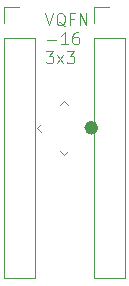
<source format=gbr>
%TF.GenerationSoftware,KiCad,Pcbnew,8.0.4*%
%TF.CreationDate,2024-10-30T15:47:18+01:00*%
%TF.ProjectId,VQFN16-Breakout,5651464e-3136-42d4-9272-65616b6f7574,rev?*%
%TF.SameCoordinates,Original*%
%TF.FileFunction,Legend,Top*%
%TF.FilePolarity,Positive*%
%FSLAX46Y46*%
G04 Gerber Fmt 4.6, Leading zero omitted, Abs format (unit mm)*
G04 Created by KiCad (PCBNEW 8.0.4) date 2024-10-30 15:47:18*
%MOMM*%
%LPD*%
G01*
G04 APERTURE LIST*
%ADD10C,0.577228*%
%ADD11C,0.100000*%
%ADD12C,0.120000*%
G04 APERTURE END LIST*
D10*
X123205498Y-72400883D02*
G75*
G02*
X122628270Y-72400883I-288614J0D01*
G01*
X122628270Y-72400883D02*
G75*
G02*
X123205498Y-72400883I288614J0D01*
G01*
D11*
X119033027Y-62708531D02*
X119366360Y-63708531D01*
X119366360Y-63708531D02*
X119699693Y-62708531D01*
X120699693Y-63803769D02*
X120604455Y-63756150D01*
X120604455Y-63756150D02*
X120509217Y-63660912D01*
X120509217Y-63660912D02*
X120366360Y-63518054D01*
X120366360Y-63518054D02*
X120271122Y-63470435D01*
X120271122Y-63470435D02*
X120175884Y-63470435D01*
X120223503Y-63708531D02*
X120128265Y-63660912D01*
X120128265Y-63660912D02*
X120033027Y-63565673D01*
X120033027Y-63565673D02*
X119985408Y-63375197D01*
X119985408Y-63375197D02*
X119985408Y-63041864D01*
X119985408Y-63041864D02*
X120033027Y-62851388D01*
X120033027Y-62851388D02*
X120128265Y-62756150D01*
X120128265Y-62756150D02*
X120223503Y-62708531D01*
X120223503Y-62708531D02*
X120413979Y-62708531D01*
X120413979Y-62708531D02*
X120509217Y-62756150D01*
X120509217Y-62756150D02*
X120604455Y-62851388D01*
X120604455Y-62851388D02*
X120652074Y-63041864D01*
X120652074Y-63041864D02*
X120652074Y-63375197D01*
X120652074Y-63375197D02*
X120604455Y-63565673D01*
X120604455Y-63565673D02*
X120509217Y-63660912D01*
X120509217Y-63660912D02*
X120413979Y-63708531D01*
X120413979Y-63708531D02*
X120223503Y-63708531D01*
X121413979Y-63184721D02*
X121080646Y-63184721D01*
X121080646Y-63708531D02*
X121080646Y-62708531D01*
X121080646Y-62708531D02*
X121556836Y-62708531D01*
X121937789Y-63708531D02*
X121937789Y-62708531D01*
X121937789Y-62708531D02*
X122509217Y-63708531D01*
X122509217Y-63708531D02*
X122509217Y-62708531D01*
X119175884Y-64937522D02*
X119937789Y-64937522D01*
X120937788Y-65318475D02*
X120366360Y-65318475D01*
X120652074Y-65318475D02*
X120652074Y-64318475D01*
X120652074Y-64318475D02*
X120556836Y-64461332D01*
X120556836Y-64461332D02*
X120461598Y-64556570D01*
X120461598Y-64556570D02*
X120366360Y-64604189D01*
X121794931Y-64318475D02*
X121604455Y-64318475D01*
X121604455Y-64318475D02*
X121509217Y-64366094D01*
X121509217Y-64366094D02*
X121461598Y-64413713D01*
X121461598Y-64413713D02*
X121366360Y-64556570D01*
X121366360Y-64556570D02*
X121318741Y-64747046D01*
X121318741Y-64747046D02*
X121318741Y-65127998D01*
X121318741Y-65127998D02*
X121366360Y-65223236D01*
X121366360Y-65223236D02*
X121413979Y-65270856D01*
X121413979Y-65270856D02*
X121509217Y-65318475D01*
X121509217Y-65318475D02*
X121699693Y-65318475D01*
X121699693Y-65318475D02*
X121794931Y-65270856D01*
X121794931Y-65270856D02*
X121842550Y-65223236D01*
X121842550Y-65223236D02*
X121890169Y-65127998D01*
X121890169Y-65127998D02*
X121890169Y-64889903D01*
X121890169Y-64889903D02*
X121842550Y-64794665D01*
X121842550Y-64794665D02*
X121794931Y-64747046D01*
X121794931Y-64747046D02*
X121699693Y-64699427D01*
X121699693Y-64699427D02*
X121509217Y-64699427D01*
X121509217Y-64699427D02*
X121413979Y-64747046D01*
X121413979Y-64747046D02*
X121366360Y-64794665D01*
X121366360Y-64794665D02*
X121318741Y-64889903D01*
X119080646Y-65928419D02*
X119699693Y-65928419D01*
X119699693Y-65928419D02*
X119366360Y-66309371D01*
X119366360Y-66309371D02*
X119509217Y-66309371D01*
X119509217Y-66309371D02*
X119604455Y-66356990D01*
X119604455Y-66356990D02*
X119652074Y-66404609D01*
X119652074Y-66404609D02*
X119699693Y-66499847D01*
X119699693Y-66499847D02*
X119699693Y-66737942D01*
X119699693Y-66737942D02*
X119652074Y-66833180D01*
X119652074Y-66833180D02*
X119604455Y-66880800D01*
X119604455Y-66880800D02*
X119509217Y-66928419D01*
X119509217Y-66928419D02*
X119223503Y-66928419D01*
X119223503Y-66928419D02*
X119128265Y-66880800D01*
X119128265Y-66880800D02*
X119080646Y-66833180D01*
X120033027Y-66928419D02*
X120556836Y-66261752D01*
X120033027Y-66261752D02*
X120556836Y-66928419D01*
X120842551Y-65928419D02*
X121461598Y-65928419D01*
X121461598Y-65928419D02*
X121128265Y-66309371D01*
X121128265Y-66309371D02*
X121271122Y-66309371D01*
X121271122Y-66309371D02*
X121366360Y-66356990D01*
X121366360Y-66356990D02*
X121413979Y-66404609D01*
X121413979Y-66404609D02*
X121461598Y-66499847D01*
X121461598Y-66499847D02*
X121461598Y-66737942D01*
X121461598Y-66737942D02*
X121413979Y-66833180D01*
X121413979Y-66833180D02*
X121366360Y-66880800D01*
X121366360Y-66880800D02*
X121271122Y-66928419D01*
X121271122Y-66928419D02*
X120985408Y-66928419D01*
X120985408Y-66928419D02*
X120890170Y-66880800D01*
X120890170Y-66880800D02*
X120842551Y-66833180D01*
D12*
%TO.C,J3*%
X123130000Y-62170000D02*
X124460000Y-62170000D01*
X123130000Y-63500000D02*
X123130000Y-62170000D01*
X123130000Y-64770000D02*
X123130000Y-85150000D01*
X123130000Y-64770000D02*
X125790000Y-64770000D01*
X123130000Y-85150000D02*
X125790000Y-85150000D01*
X125790000Y-64770000D02*
X125790000Y-85150000D01*
%TO.C,J2*%
X118170000Y-64780000D02*
X118170000Y-85160000D01*
X115510000Y-85160000D02*
X118170000Y-85160000D01*
X115510000Y-64780000D02*
X118170000Y-64780000D01*
X115510000Y-64780000D02*
X115510000Y-85160000D01*
X115510000Y-63510000D02*
X115510000Y-62180000D01*
X115510000Y-62180000D02*
X116840000Y-62180000D01*
%TO.C,U1*%
X118363116Y-72400883D02*
X118698992Y-72736759D01*
X118698992Y-72065007D02*
X118363116Y-72400883D01*
X120304124Y-70459875D02*
X120640000Y-70123999D01*
X120640000Y-70123999D02*
X120975876Y-70459875D01*
X120640000Y-74677767D02*
X120304124Y-74341891D01*
X120975876Y-74341891D02*
X120640000Y-74677767D01*
X122581008Y-72065007D02*
X122747178Y-72231177D01*
X122581008Y-72736759D02*
X122704752Y-72613015D01*
X123319935Y-72464523D02*
X122980523Y-72803934D01*
X122916884Y-72400883D01*
X123319935Y-72464523D01*
G36*
X123319935Y-72464523D02*
G01*
X122980523Y-72803934D01*
X122916884Y-72400883D01*
X123319935Y-72464523D01*
G37*
%TD*%
M02*

</source>
